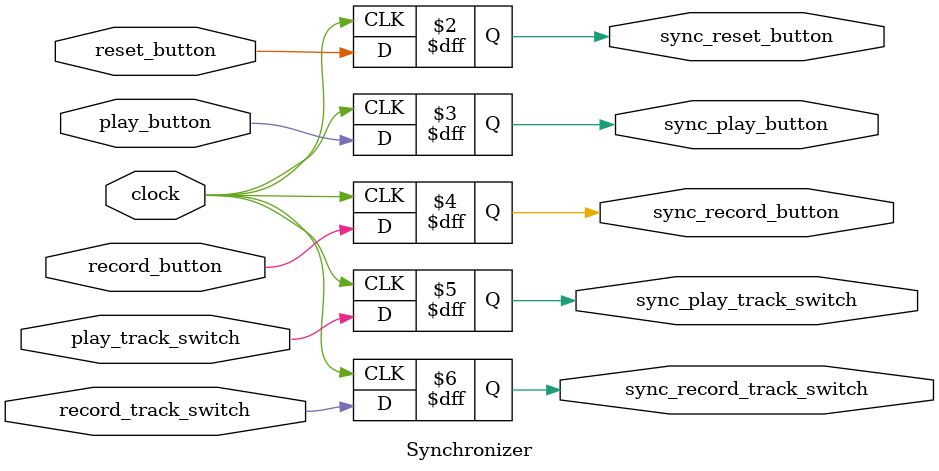
<source format=sv>
`timescale 1ns / 1ps


module Synchronizer (
    input logic clock,
    input logic reset_button,
    
    input logic play_button,
    input logic record_button,
    input logic play_track_switch,
    input logic record_track_switch,
    
    output logic sync_reset_button,
    output logic sync_play_button,
    output logic sync_record_button,
    output logic sync_play_track_switch,
    output logic sync_record_track_switch
);

always_ff @ (posedge clock)
begin
   sync_record_button <= record_button;
   sync_play_button <= play_button;
   sync_reset_button <= reset_button;
   sync_play_track_switch <= play_track_switch; 
   sync_record_track_switch <= record_track_switch; 
end

endmodule

</source>
